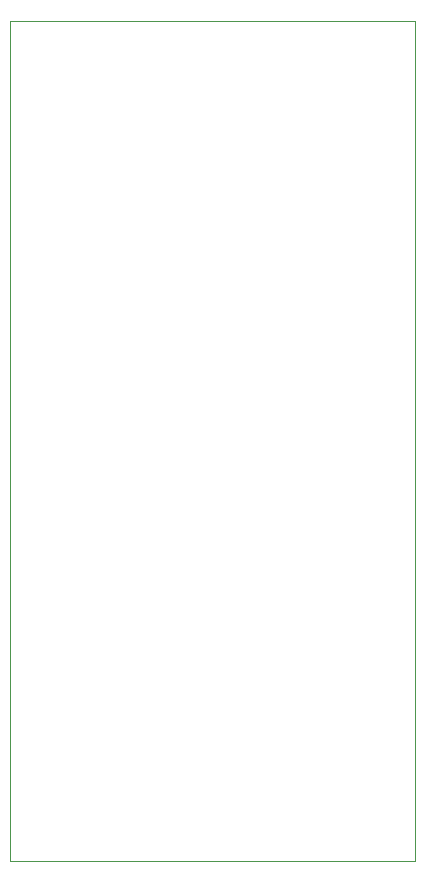
<source format=gm1>
%TF.GenerationSoftware,KiCad,Pcbnew,7.0.11*%
%TF.CreationDate,2024-05-21T02:15:50+02:00*%
%TF.ProjectId,Untitled,556e7469-746c-4656-942e-6b696361645f,1.0*%
%TF.SameCoordinates,Original*%
%TF.FileFunction,Profile,NP*%
%FSLAX46Y46*%
G04 Gerber Fmt 4.6, Leading zero omitted, Abs format (unit mm)*
G04 Created by KiCad (PCBNEW 7.0.11) date 2024-05-21 02:15:50*
%MOMM*%
%LPD*%
G01*
G04 APERTURE LIST*
%TA.AperFunction,Profile*%
%ADD10C,0.050000*%
%TD*%
G04 APERTURE END LIST*
D10*
X104140000Y-42545000D02*
X69850000Y-42545000D01*
X104140000Y-113665000D02*
X104140000Y-42545000D01*
X69850000Y-113665000D02*
X104140000Y-113665000D01*
X69850000Y-42545000D02*
X69850000Y-113665000D01*
M02*

</source>
